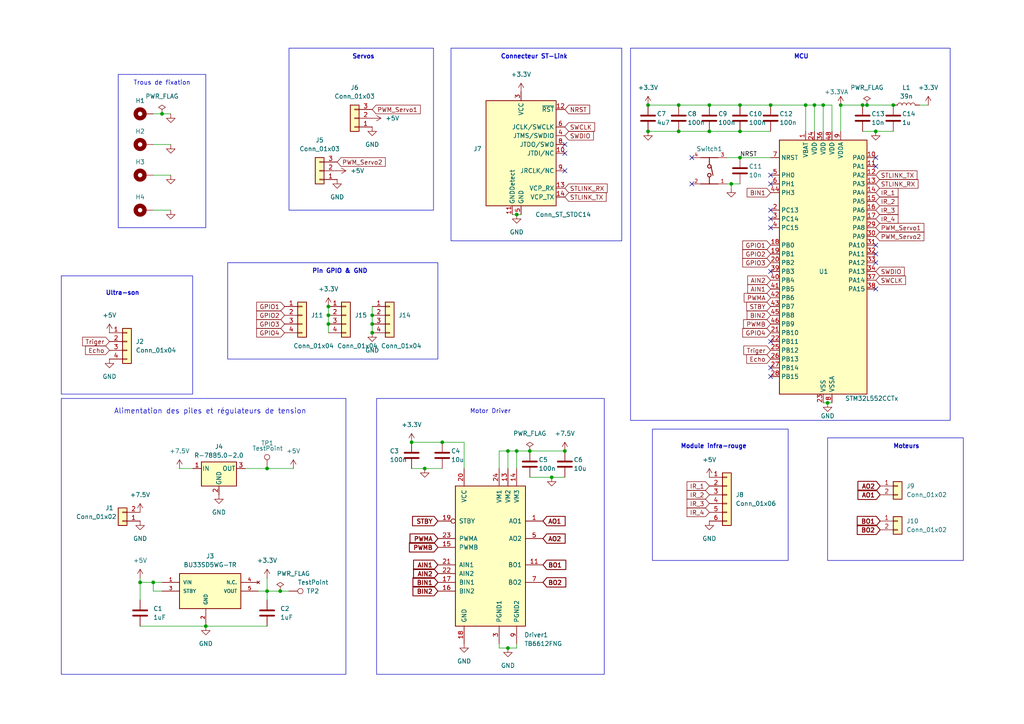
<source format=kicad_sch>
(kicad_sch (version 20250114) (generator "eeschema") (generator_version "9.0")
  (paper "A4")
  (title_block (title "PCB Pami coupe de France 2025") (date "2025-02-04") (comment 1 "Capodagli Janus"))
  (lib_symbols
    (symbol "BU33SD5WG-TR:BU33SD5WG-TR" (pin_names (offset 1.016))
      (property "Reference" "PS1" (at 13.97 7.62 0))
      (property "Value" "BU33SD5WG-TR" (at 13.97 5.08 0))
      (symbol "BU33SD5WG-TR_0_0"
        (pin bidirectional line (at 0 0 0) (length 5.08) (name "VIN") (number "1"))
        (pin bidirectional line (at 0 -2.54 0) (length 5.08) (name "STBY") (number "3"))
        (pin bidirectional line (at 12.7 -12.7 90) (length 5.08) (name "GND") (number "2"))
        (pin no_connect line (at 27.94 0 180) (length 5.08) (name "N.C.") (number "4"))
        (pin bidirectional line (at 27.94 -2.54 180) (length 5.08) (name "VOUT") (number "5"))
      )
    )
    (symbol "Connector:Conn_ST_STDC14"
      (property "Reference" "J" (at -8.89 16.51 0))
      (property "Value" "Conn_ST_STDC14" (at 17.78 16.51 0))
      (symbol "Conn_ST_STDC14_1_1"
        (pin no_connect line (at -10.16 5.08 0) (length 2.54) (hide yes) (name "NC") (number "1"))
        (pin no_connect line (at -10.16 2.54 0) (length 2.54) (hide yes) (name "NC") (number "2"))
        (pin passive line (at -2.54 -17.78 90) (length 2.54) (name "GNDDetect") (number "11"))
        (pin power_in line (at 0 17.78 270) (length 2.54) (name "VCC") (number "3"))
        (pin power_in line (at 0 -17.78 90) (length 2.54) (name "GND") (number "5"))
        (pin passive line (at 0 -17.78 90) (length 2.54) (hide yes) (name "GND") (number "7"))
        (pin open_collector line (at 12.7 12.7 180) (length 2.54) (name "~{RST}") (number "12"))
        (pin output line (at 12.7 7.62 180) (length 2.54) (name "JCLK/SWCLK") (number "6"))
        (pin bidirectional line (at 12.7 5.08 180) (length 2.54) (name "JTMS/SWDIO") (number "4"))
        (pin input line (at 12.7 2.54 180) (length 2.54) (name "JTDO/SWO") (number "8"))
        (pin output line (at 12.7 0 180) (length 2.54) (name "JTDI/NC") (number "10"))
        (pin input line (at 12.7 -5.08 180) (length 2.54) (name "JRCLK/NC") (number "9"))
        (pin output line (at 12.7 -10.16 180) (length 2.54) (name "VCP_RX") (number "13"))
        (pin input line (at 12.7 -12.7 180) (length 2.54) (name "VCP_TX") (number "14"))
      )
    )
    (symbol "Connector:TestPoint" (pin_numbers (hide yes)) (pin_names (offset 0.762) (hide yes))
      (property "Reference" "TP" (at 0 6.858 0))
      (property "Value" "TestPoint" (at 0 5.08 0))
      (symbol "TestPoint_1_1"
        (pin passive line (at 0 0 90) (length 2.54) (name "1") (number "1"))
      )
    )
    (symbol "Connector_Generic:Conn_01x02" (pin_names (offset 1.016) (hide yes))
      (property "Reference" "J" (at 0 2.54 0))
      (property "Value" "Conn_01x02" (at 0 -5.08 0))
      (symbol "Conn_01x02_1_1"
        (pin passive line (at -5.08 0 0) (length 3.81) (name "Pin_1") (number "1"))
        (pin passive line (at -5.08 -2.54 0) (length 3.81) (name "Pin_2") (number "2"))
      )
    )
    (symbol "Connector_Generic:Conn_01x03" (pin_names (offset 1.016) (hide yes))
      (property "Reference" "J" (at 0 5.08 0))
      (property "Value" "Conn_01x03" (at 0 -5.08 0))
      (symbol "Conn_01x03_1_1"
        (pin passive line (at -5.08 2.54 0) (length 3.81) (name "Pin_1") (number "1"))
        (pin passive line (at -5.08 0 0) (length 3.81) (name "Pin_2") (number "2"))
        (pin passive line (at -5.08 -2.54 0) (length 3.81) (name "Pin_3") (number "3"))
      )
    )
    (symbol "Connector_Generic:Conn_01x04" (pin_names (offset 1.016) (hide yes))
      (property "Reference" "J" (at 0 5.08 0))
      (property "Value" "Conn_01x04" (at 0 -7.62 0))
      (symbol "Conn_01x04_1_1"
        (pin passive line (at -5.08 2.54 0) (length 3.81) (name "Pin_1") (number "1"))
        (pin passive line (at -5.08 0 0) (length 3.81) (name "Pin_2") (number "2"))
        (pin passive line (at -5.08 -2.54 0) (length 3.81) (name "Pin_3") (number "3"))
        (pin passive line (at -5.08 -5.08 0) (length 3.81) (name "Pin_4") (number "4"))
      )
    )
    (symbol "Connector_Generic:Conn_01x06" (pin_names (offset 1.016) (hide yes))
      (property "Reference" "J" (at 0 7.62 0))
      (property "Value" "Conn_01x06" (at 0 -10.16 0))
      (symbol "Conn_01x06_1_1"
        (pin passive line (at -5.08 5.08 0) (length 3.81) (name "Pin_1") (number "1"))
        (pin passive line (at -5.08 2.54 0) (length 3.81) (name "Pin_2") (number "2"))
        (pin passive line (at -5.08 0 0) (length 3.81) (name "Pin_3") (number "3"))
        (pin passive line (at -5.08 -2.54 0) (length 3.81) (name "Pin_4") (number "4"))
        (pin passive line (at -5.08 -5.08 0) (length 3.81) (name "Pin_5") (number "5"))
        (pin passive line (at -5.08 -7.62 0) (length 3.81) (name "Pin_6") (number "6"))
      )
    )
    (symbol "Device:C" (pin_numbers (hide yes)) (pin_names (offset 0.254))
      (property "Reference" "C" (at 0.635 2.54 0))
      (property "Value" "C" (at 0.635 -2.54 0))
      (symbol "C_1_1"
        (pin passive line (at 0 3.81 270) (length 2.794) (name "~") (number "1"))
        (pin passive line (at 0 -3.81 90) (length 2.794) (name "~") (number "2"))
      )
    )
    (symbol "Device:L" (pin_numbers (hide yes)) (pin_names (offset 1.016) (hide yes))
      (property "Reference" "L" (at -1.27 0 90))
      (property "Value" "L" (at 1.905 0 90))
      (symbol "L_1_1"
        (pin passive line (at 0 3.81 270) (length 1.27) (name "1") (number "1"))
        (pin passive line (at 0 -3.81 90) (length 1.27) (name "2") (number "2"))
      )
    )
    (symbol "Driver_Motor:TB6612FNG" (pin_names (offset 1.016))
      (property "Reference" "U" (at 11.43 17.78 0))
      (property "Value" "TB6612FNG" (at 11.43 15.24 0))
      (symbol "TB6612FNG_1_1"
        (pin input inverted (at -15.24 10.16 0) (length 5.08) (name "STBY") (number "19"))
        (pin input line (at -15.24 5.08 0) (length 5.08) (name "PWMA") (number "23"))
        (pin input line (at -15.24 2.54 0) (length 5.08) (name "PWMB") (number "15"))
        (pin input line (at -15.24 -2.54 0) (length 5.08) (name "AIN1") (number "21"))
        (pin input line (at -15.24 -5.08 0) (length 5.08) (name "AIN2") (number "22"))
        (pin input line (at -15.24 -7.62 0) (length 5.08) (name "BIN1") (number "17"))
        (pin input line (at -15.24 -10.16 0) (length 5.08) (name "BIN2") (number "16"))
        (pin power_in line (at -7.62 25.4 270) (length 5.08) (name "VCC") (number "20"))
        (pin power_in line (at -7.62 -25.4 90) (length 5.08) (name "GND") (number "18"))
        (pin power_in line (at 2.54 25.4 270) (length 5.08) (name "VM1") (number "24"))
        (pin power_in line (at 2.54 -25.4 90) (length 5.08) (name "PGND1") (number "3"))
        (pin passive line (at 2.54 -25.4 90) (length 5.08) (hide yes) (name "PGND1") (number "4"))
        (pin power_in line (at 5.08 25.4 270) (length 5.08) (name "VM2") (number "13"))
        (pin power_in line (at 7.62 25.4 270) (length 5.08) (name "VM3") (number "14"))
        (pin passive line (at 7.62 -25.4 90) (length 5.08) (hide yes) (name "PGND2") (number "10"))
        (pin power_in line (at 7.62 -25.4 90) (length 5.08) (name "PGND2") (number "9"))
        (pin output line (at 15.24 10.16 180) (length 5.08) (name "AO1") (number "1"))
        (pin passive line (at 15.24 10.16 180) (length 5.08) (hide yes) (name "AO1") (number "2"))
        (pin output line (at 15.24 5.08 180) (length 5.08) (name "AO2") (number "5"))
        (pin passive line (at 15.24 5.08 180) (length 5.08) (hide yes) (name "AO2") (number "6"))
        (pin output line (at 15.24 -2.54 180) (length 5.08) (name "BO1") (number "11"))
        (pin passive line (at 15.24 -2.54 180) (length 5.08) (hide yes) (name "BO1") (number "12"))
        (pin output line (at 15.24 -7.62 180) (length 5.08) (name "BO2") (number "7"))
        (pin passive line (at 15.24 -7.62 180) (length 5.08) (hide yes) (name "BO2") (number "8"))
      )
    )
    (symbol "GND_3" (power) (pin_numbers (hide yes)) (pin_names (offset 0) (hide yes))
      (property "Value" "GND" (at 0 -3.81 0))
      (symbol "GND_3_1_1"
        (pin power_in line (at 0 0 270) (length 0) (name "~") (number "1"))
      )
    )
    (symbol "MCU_ST_STM32L5:STM32L552CCTx"
      (property "Reference" "U" (at -12.7 39.37 0))
      (property "Value" "STM32L552CCTx" (at 7.62 39.37 0))
      (symbol "STM32L552CCTx_1_1"
        (pin input line (at -15.24 33.02 0) (length 2.54) (name "NRST") (number "7"))
        (pin bidirectional line (at -15.24 27.94 0) (length 2.54) (name "PH0") (number "5"))
        (pin bidirectional line (at -15.24 25.4 0) (length 2.54) (name "PH1") (number "6"))
        (pin bidirectional line (at -15.24 22.86 0) (length 2.54) (name "PH3") (number "44"))
        (pin bidirectional line (at -15.24 17.78 0) (length 2.54) (name "PC13") (number "2"))
        (pin bidirectional line (at -15.24 15.24 0) (length 2.54) (name "PC14") (number "3"))
        (pin bidirectional line (at -15.24 12.7 0) (length 2.54) (name "PC15") (number "4"))
        (pin bidirectional line (at -15.24 7.62 0) (length 2.54) (name "PB0") (number "18"))
        (pin bidirectional line (at -15.24 5.08 0) (length 2.54) (name "PB1") (number "19"))
        (pin bidirectional line (at -15.24 2.54 0) (length 2.54) (name "PB2") (number "20"))
        (pin bidirectional line (at -15.24 0 0) (length 2.54) (name "PB3") (number "39"))
        (pin bidirectional line (at -15.24 -2.54 0) (length 2.54) (name "PB4") (number "40"))
        (pin bidirectional line (at -15.24 -5.08 0) (length 2.54) (name "PB5") (number "41"))
        (pin bidirectional line (at -15.24 -7.62 0) (length 2.54) (name "PB6") (number "42"))
        (pin bidirectional line (at -15.24 -10.16 0) (length 2.54) (name "PB7") (number "43"))
        (pin bidirectional line (at -15.24 -12.7 0) (length 2.54) (name "PB8") (number "45"))
        (pin bidirectional line (at -15.24 -15.24 0) (length 2.54) (name "PB9") (number "46"))
        (pin bidirectional line (at -15.24 -17.78 0) (length 2.54) (name "PB10") (number "21"))
        (pin bidirectional line (at -15.24 -20.32 0) (length 2.54) (name "PB11") (number "22"))
        (pin bidirectional line (at -15.24 -22.86 0) (length 2.54) (name "PB12") (number "25"))
        (pin bidirectional line (at -15.24 -25.4 0) (length 2.54) (name "PB13") (number "26"))
        (pin bidirectional line (at -15.24 -27.94 0) (length 2.54) (name "PB14") (number "27"))
        (pin bidirectional line (at -15.24 -30.48 0) (length 2.54) (name "PB15") (number "28"))
        (pin power_in line (at -5.08 40.64 270) (length 2.54) (name "VBAT") (number "1"))
        (pin power_in line (at -2.54 40.64 270) (length 2.54) (name "VDD") (number "24"))
        (pin power_in line (at 0 40.64 270) (length 2.54) (name "VDD") (number "36"))
        (pin power_in line (at 0 -38.1 90) (length 2.54) (name "VSS") (number "23"))
        (pin passive line (at 0 -38.1 90) (length 2.54) (hide yes) (name "VSS") (number "35"))
        (pin passive line (at 0 -38.1 90) (length 2.54) (hide yes) (name "VSS") (number "47"))
        (pin power_in line (at 2.54 40.64 270) (length 2.54) (name "VDD") (number "48"))
        (pin power_in line (at 2.54 -38.1 90) (length 2.54) (name "VSSA") (number "8"))
        (pin power_in line (at 5.08 40.64 270) (length 2.54) (name "VDDA") (number "9"))
        (pin bidirectional line (at 15.24 33.02 180) (length 2.54) (name "PA0") (number "10"))
        (pin bidirectional line (at 15.24 30.48 180) (length 2.54) (name "PA1") (number "11"))
        (pin bidirectional line (at 15.24 27.94 180) (length 2.54) (name "PA2") (number "12"))
        (pin bidirectional line (at 15.24 25.4 180) (length 2.54) (name "PA3") (number "13"))
        (pin bidirectional line (at 15.24 22.86 180) (length 2.54) (name "PA4") (number "14"))
        (pin bidirectional line (at 15.24 20.32 180) (length 2.54) (name "PA5") (number "15"))
        (pin bidirectional line (at 15.24 17.78 180) (length 2.54) (name "PA6") (number "16"))
        (pin bidirectional line (at 15.24 15.24 180) (length 2.54) (name "PA7") (number "17"))
        (pin bidirectional line (at 15.24 12.7 180) (length 2.54) (name "PA8") (number "29"))
        (pin bidirectional line (at 15.24 10.16 180) (length 2.54) (name "PA9") (number "30"))
        (pin bidirectional line (at 15.24 7.62 180) (length 2.54) (name "PA10") (number "31"))
        (pin bidirectional line (at 15.24 5.08 180) (length 2.54) (name "PA11") (number "32"))
        (pin bidirectional line (at 15.24 2.54 180) (length 2.54) (name "PA12") (number "33"))
        (pin bidirectional line (at 15.24 0 180) (length 2.54) (name "PA13") (number "34"))
        (pin bidirectional line (at 15.24 -2.54 180) (length 2.54) (name "PA14") (number "37"))
        (pin bidirectional line (at 15.24 -5.08 180) (length 2.54) (name "PA15") (number "38"))
      )
    )
    (symbol "MountingHole_Pad_2" (pin_numbers (hide yes)) (pin_names (offset 1.016) (hide yes)) (exclude_from_sim yes) (in_bom no)
      (property "Reference" "H1" (at 2.54 2.5401 0))
      (property "Value" "MountingHole_Pad" (at 2.54 0.0001 0))
      (symbol "MountingHole_Pad_2_1_1"
        (pin input line (at 0 -2.54 90) (length 2.54) (name "1") (number "1"))
      )
    )
    (symbol "Regulator_Switching:R-78B5.0-2.0" (pin_names (offset 0.254))
      (property "Reference" "U" (at -3.81 3.175 0))
      (property "Value" "R-78B5.0-2.0" (at 0 3.175 0))
      (symbol "R-78B5.0-2.0_1_1"
        (pin power_in line (at -7.62 0 0) (length 2.54) (name "IN") (number "1"))
        (pin power_in line (at 0 -7.62 90) (length 2.54) (name "GND") (number "2"))
        (pin power_out line (at 7.62 0 180) (length 2.54) (name "OUT") (number "3"))
      )
    )
    (symbol "boutonSMD_wurth430471025826:430471025826" (pin_names (offset 1.016))
      (property "Reference" "S" (at 0 5.842 0))
      (symbol "430471025826_0_0"
        (pin passive line (at -5.08 5.08 0) (length 2.54) (name "~") (number "1"))
        (pin passive line (at -5.08 -2.54 0) (length 2.54) (name "~") (number "3"))
        (pin passive line (at 5.08 5.08 180) (length 2.54) (name "~") (number "2"))
        (pin passive line (at 5.08 -2.54 180) (length 2.54) (name "~") (number "4"))
      )
    )
    (symbol "power:+3.3V" (power) (pin_numbers (hide yes)) (pin_names (offset 0) (hide yes))
      (property "Value" "+3.3V" (at 0 3.556 0))
      (symbol "+3.3V_1_1"
        (pin power_in line (at 0 0 90) (length 0) (name "~") (number "1"))
      )
    )
    (symbol "power:+3.3VA" (power) (pin_numbers (hide yes)) (pin_names (offset 0) (hide yes))
      (property "Value" "+3.3VA" (at 0 3.556 0))
      (symbol "+3.3VA_1_1"
        (pin power_in line (at 0 0 90) (length 0) (name "~") (number "1"))
      )
    )
    (symbol "power:+5V" (power) (pin_numbers (hide yes)) (pin_names (offset 0) (hide yes))
      (property "Value" "+5V" (at 0 3.556 0))
      (symbol "+5V_1_1"
        (pin power_in line (at 0 0 90) (length 0) (name "~") (number "1"))
      )
    )
    (symbol "power:+7.5V" (power) (pin_numbers (hide yes)) (pin_names (offset 0) (hide yes))
      (property "Value" "+7.5V" (at 0 3.556 0))
      (symbol "+7.5V_1_1"
        (pin power_in line (at 0 0 90) (length 0) (name "~") (number "1"))
      )
    )
    (symbol "power:GND" (power) (pin_numbers (hide yes)) (pin_names (offset 0) (hide yes))
      (property "Value" "GND" (at 0 -3.81 0))
      (symbol "GND_1_1"
        (pin power_in line (at 0 0 270) (length 0) (name "~") (number "1"))
      )
    )
    (symbol "power:PWR_FLAG" (power) (pin_numbers (hide yes)) (pin_names (offset 0) (hide yes))
      (property "Value" "PWR_FLAG" (at 0 3.81 0))
      (symbol "PWR_FLAG_0_0"
        (pin power_out line (at 0 0 90) (length 0) (name "~") (number "1"))
      )
    )
  )
  (rectangle (start 189.23 124.46) (end 228.6 162.56))
  (rectangle (start 109.22 115.57) (end 175.26 195.58))
  (rectangle (start 17.78 80.01) (end 55.88 114.3))
  (rectangle (start 240.03 127) (end 279.4 162.56))
  (rectangle (start 34.29 21.59) (end 59.69 66.04))
  (rectangle (start 182.88 13.97) (end 275.59 121.92))
  (rectangle (start 130.81 13.97) (end 180.34 69.85))
  (rectangle (start 17.78 115.57) (end 100.33 195.58))
  (rectangle (start 66.04 76.2) (end 127 104.14))
  (rectangle (start 83.82 13.97) (end 125.73 60.96))
  (text "Trous de fixation\n" (at 46.99 24.13 0) (effects (font (size 1.27 1.27))))
  (text "Servos" (at 105.41 16.51 0) (effects (font (size 1.27 1.27) (thickness 0.254) (bold yes))))
  (text "Moteurs\n" (at 262.89 129.54 0) (effects (font (size 1.27 1.27) (thickness 0.254) (bold yes))))
  (text "Module infra-rouge\n" (at 207.01 129.54 0) (effects (font (size 1.27 1.27) (thickness 0.254) (bold yes))))
  (text "Connecteur ST-Link\n" (at 154.94 16.51 0) (effects (font (size 1.27 1.27) (thickness 0.254) (bold yes))))
  (text "Ultra-son" (at 35.56 85.09 0) (effects (font (size 1.27 1.27) (thickness 0.254) (bold yes))))
  (text "Alimentation des piles et régulateurs de tension" (at 60.96 119.38 0) (effects (font (size 1.5 1.5))))
  (text "Motor Driver\n" (at 142.24 119.38 0) (effects (font (size 1.27 1.27))))
  (text "Pin GPIO & GND \n" (at 99.06 78.74 0) (effects (font (size 1.27 1.27) (thickness 0.254) (bold yes))))
  (text "MCU\n" (at 232.41 16.51 0) (effects (font (size 1.27 1.27) (thickness 0.254) (bold yes))))
  (junction (at 243.84 30.48))
  (junction (at 123.19 135.89))
  (junction (at 147.32 187.96))
  (junction (at 187.96 38.1))
  (junction (at 81.28 171.45))
  (junction (at 196.85 38.1))
  (junction (at 107.95 91.44))
  (junction (at 95.25 93.98))
  (junction (at 214.63 38.1))
  (junction (at 40.64 168.91))
  (junction (at 212.09 53.34))
  (junction (at 128.27 128.27))
  (junction (at 163.83 130.81))
  (junction (at 95.25 91.44))
  (junction (at 250.19 30.48))
  (junction (at 238.76 30.48))
  (junction (at 46.99 33.02))
  (junction (at 149.86 130.81))
  (junction (at 95.25 88.9))
  (junction (at 149.86 62.23))
  (junction (at 107.95 96.52))
  (junction (at 254 38.1))
  (junction (at 77.47 135.89))
  (junction (at 214.63 45.72))
  (junction (at 59.69 181.61))
  (junction (at 119.38 128.27))
  (junction (at 160.02 138.43))
  (junction (at 187.96 30.48))
  (junction (at 214.63 30.48))
  (junction (at 147.32 130.81))
  (junction (at 77.47 171.45))
  (junction (at 44.45 168.91))
  (junction (at 205.74 30.48))
  (junction (at 259.08 30.48))
  (junction (at 236.22 30.48))
  (junction (at 153.67 130.81))
  (junction (at 196.85 30.48))
  (junction (at 251.46 30.48))
  (junction (at 223.52 30.48))
  (junction (at 240.03 116.84))
  (junction (at 107.95 93.98))
  (junction (at 233.68 30.48))
  (junction (at 205.74 38.1))
  (no_connect (at 163.83 49.53))
  (no_connect (at 223.52 99.06))
  (no_connect (at 254 73.66))
  (no_connect (at 223.52 106.68))
  (no_connect (at 223.52 109.22))
  (no_connect (at 254 45.72))
  (no_connect (at 254 83.82))
  (no_connect (at 223.52 63.5))
  (no_connect (at 223.52 53.34))
  (no_connect (at 163.83 41.91))
  (no_connect (at 223.52 78.74))
  (no_connect (at 200.66 53.34))
  (no_connect (at 200.66 45.72))
  (no_connect (at 254 76.2))
  (no_connect (at 254 71.12))
  (no_connect (at 254 48.26))
  (no_connect (at 163.83 44.45))
  (no_connect (at 223.52 60.96))
  (no_connect (at 223.52 50.8))
  (no_connect (at 223.52 66.04))
  (wire (pts (xy 153.67 130.81) (xy 163.83 130.81)))
  (wire (pts (xy 144.78 130.81) (xy 144.78 135.89)))
  (wire (pts (xy 233.68 30.48) (xy 233.68 38.1)))
  (wire (pts (xy 52.07 135.89) (xy 55.88 135.89)))
  (wire (pts (xy 214.63 53.34) (xy 212.09 53.34)))
  (wire (pts (xy 160.02 138.43) (xy 163.83 138.43)))
  (wire (pts (xy 233.68 30.48) (xy 236.22 30.48)))
  (wire (pts (xy 134.62 128.27) (xy 134.62 135.89)))
  (wire (pts (xy 241.3 30.48) (xy 241.3 38.1)))
  (wire (pts (xy 77.47 171.45) (xy 77.47 173.99)))
  (wire (pts (xy 144.78 130.81) (xy 147.32 130.81)))
  (wire (pts (xy 149.86 62.23) (xy 151.13 62.23)))
  (wire (pts (xy 107.95 88.9) (xy 107.95 91.44)))
  (wire (pts (xy 40.64 167.64) (xy 40.64 168.91)))
  (wire (pts (xy 238.76 116.84) (xy 240.03 116.84)))
  (wire (pts (xy 147.32 130.81) (xy 149.86 130.81)))
  (wire (pts (xy 81.28 171.45) (xy 77.47 171.45)))
  (wire (pts (xy 71.12 135.89) (xy 77.47 135.89)))
  (wire (pts (xy 196.85 30.48) (xy 205.74 30.48)))
  (wire (pts (xy 147.32 130.81) (xy 147.32 135.89)))
  (wire (pts (xy 147.32 187.96) (xy 149.86 187.96)))
  (wire (pts (xy 212.09 53.34) (xy 210.82 53.34)))
  (wire (pts (xy 254 38.1) (xy 259.08 38.1)))
  (wire (pts (xy 236.22 30.48) (xy 236.22 38.1)))
  (wire (pts (xy 144.78 186.69) (xy 144.78 187.96)))
  (wire (pts (xy 107.95 91.44) (xy 107.95 93.98)))
  (wire (pts (xy 144.78 187.96) (xy 147.32 187.96)))
  (wire (pts (xy 46.99 33.02) (xy 49.53 33.02)))
  (wire (pts (xy 196.85 38.1) (xy 205.74 38.1)))
  (wire (pts (xy 250.19 38.1) (xy 254 38.1)))
  (wire (pts (xy 85.09 135.89) (xy 77.47 135.89)))
  (wire (pts (xy 119.38 128.27) (xy 128.27 128.27)))
  (wire (pts (xy 95.25 88.9) (xy 95.25 91.44)))
  (wire (pts (xy 250.19 30.48) (xy 251.46 30.48)))
  (wire (pts (xy 205.74 30.48) (xy 214.63 30.48)))
  (wire (pts (xy 83.82 171.45) (xy 81.28 171.45)))
  (wire (pts (xy 40.64 168.91) (xy 44.45 168.91)))
  (wire (pts (xy 134.62 128.27) (xy 128.27 128.27)))
  (wire (pts (xy 251.46 30.48) (xy 259.08 30.48)))
  (wire (pts (xy 119.38 135.89) (xy 123.19 135.89)))
  (wire (pts (xy 74.93 171.45) (xy 77.47 171.45)))
  (wire (pts (xy 149.86 130.81) (xy 149.86 135.89)))
  (wire (pts (xy 107.95 93.98) (xy 107.95 96.52)))
  (wire (pts (xy 95.25 91.44) (xy 95.25 93.98)))
  (wire (pts (xy 214.63 30.48) (xy 223.52 30.48)))
  (wire (pts (xy 243.84 30.48) (xy 243.84 38.1)))
  (wire (pts (xy 210.82 45.72) (xy 214.63 45.72)))
  (wire (pts (xy 44.45 60.96) (xy 49.53 60.96)))
  (wire (pts (xy 187.96 30.48) (xy 196.85 30.48)))
  (wire (pts (xy 266.7 30.48) (xy 269.24 30.48)))
  (wire (pts (xy 153.67 138.43) (xy 160.02 138.43)))
  (wire (pts (xy 44.45 41.91) (xy 49.53 41.91)))
  (wire (pts (xy 44.45 168.91) (xy 44.45 171.45)))
  (wire (pts (xy 223.52 30.48) (xy 233.68 30.48)))
  (wire (pts (xy 95.25 93.98) (xy 95.25 96.52)))
  (wire (pts (xy 40.64 181.61) (xy 59.69 181.61)))
  (wire (pts (xy 212.09 54.61) (xy 212.09 53.34)))
  (wire (pts (xy 214.63 38.1) (xy 223.52 38.1)))
  (wire (pts (xy 238.76 30.48) (xy 236.22 30.48)))
  (wire (pts (xy 44.45 171.45) (xy 46.99 171.45)))
  (wire (pts (xy 238.76 30.48) (xy 238.76 38.1)))
  (wire (pts (xy 44.45 50.8) (xy 49.53 50.8)))
  (wire (pts (xy 149.86 186.69) (xy 149.86 187.96)))
  (wire (pts (xy 243.84 30.48) (xy 250.19 30.48)))
  (wire (pts (xy 240.03 116.84) (xy 241.3 116.84)))
  (wire (pts (xy 77.47 167.64) (xy 77.47 171.45)))
  (wire (pts (xy 123.19 135.89) (xy 128.27 135.89)))
  (wire (pts (xy 40.64 168.91) (xy 40.64 173.99)))
  (wire (pts (xy 187.96 38.1) (xy 196.85 38.1)))
  (wire (pts (xy 149.86 130.81) (xy 153.67 130.81)))
  (wire (pts (xy 205.74 38.1) (xy 214.63 38.1)))
  (wire (pts (xy 148.59 62.23) (xy 149.86 62.23)))
  (wire (pts (xy 238.76 30.48) (xy 241.3 30.48)))
  (wire (pts (xy 59.69 181.61) (xy 77.47 181.61)))
  (wire (pts (xy 223.52 45.72) (xy 214.63 45.72)))
  (wire (pts (xy 44.45 33.02) (xy 46.99 33.02)))
  (wire (pts (xy 44.45 168.91) (xy 46.99 168.91)))
  (label "NRST" (at 214.63 45.72 0) (effects (font (thickness 0.1588))))
  (global_label "SWDIO" (shape input) (at 163.83 39.37 0) (property "Intersheetrefs" "${INTERSHEET_REFS}" (effects (hide yes))))
  (global_label "BO1" (shape input) (at 157.48 163.83 0) (effects (font (thickness 0.254) (bold yes))) (property "Intersheetrefs" "${INTERSHEET_REFS}" (effects (hide yes))))
  (global_label "AO2" (shape input) (at 157.48 156.21 0) (effects (font (thickness 0.254) (bold yes))) (property "Intersheetrefs" "${INTERSHEET_REFS}" (effects (hide yes))))
  (global_label "SWCLK" (shape input) (at 254 81.28 0) (property "Intersheetrefs" "${INTERSHEET_REFS}" (effects (hide yes))))
  (global_label "AIN1" (shape input) (at 127 163.83 180) (effects (font (thickness 0.254) (bold yes))) (property "Intersheetrefs" "${INTERSHEET_REFS}" (effects (hide yes))))
  (global_label "AO2" (shape input) (at 255.27 140.97 180) (effects (font (thickness 0.254) (bold yes))) (property "Intersheetrefs" "${INTERSHEET_REFS}" (effects (hide yes))))
  (global_label "SWCLK" (shape input) (at 163.83 36.83 0) (property "Intersheetrefs" "${INTERSHEET_REFS}" (effects (hide yes))))
  (global_label "Triger" (shape input) (at 31.75 99.06 180) (property "Intersheetrefs" "${INTERSHEET_REFS}" (effects (hide yes))))
  (global_label "GPIO3" (shape input) (at 223.52 76.2 180) (effects (font (thickness 0.1588))) (property "Intersheetrefs" "${INTERSHEET_REFS}" (effects (hide yes))))
  (global_label "PWM_Servo2" (shape input) (at 254 68.58 0) (property "Intersheetrefs" "${INTERSHEET_REFS}" (effects (hide yes))))
  (global_label "IR_4" (shape input) (at 254 63.5 0) (property "Intersheetrefs" "${INTERSHEET_REFS}" (effects (hide yes))))
  (global_label "Echo" (shape input) (at 223.52 104.14 180) (property "Intersheetrefs" "${INTERSHEET_REFS}" (effects (hide yes))))
  (global_label "BIN2" (shape input) (at 223.52 91.44 180) (property "Intersheetrefs" "${INTERSHEET_REFS}" (effects (hide yes))))
  (global_label "AIN2" (shape input) (at 127 166.37 180) (effects (font (thickness 0.254) (bold yes))) (property "Intersheetrefs" "${INTERSHEET_REFS}" (effects (hide yes))))
  (global_label "SWDIO" (shape input) (at 254 78.74 0) (property "Intersheetrefs" "${INTERSHEET_REFS}" (effects (hide yes))))
  (global_label "Echo" (shape input) (at 31.75 101.6 180) (property "Intersheetrefs" "${INTERSHEET_REFS}" (effects (hide yes))))
  (global_label "IR_3" (shape input) (at 205.74 146.05 180) (property "Intersheetrefs" "${INTERSHEET_REFS}" (effects (hide yes))))
  (global_label "STBY" (shape input) (at 127 151.13 180) (effects (font (thickness 0.254) (bold yes))) (property "Intersheetrefs" "${INTERSHEET_REFS}" (effects (hide yes))))
  (global_label "GPIO1" (shape input) (at 223.52 71.12 180) (effects (font (thickness 0.1588))) (property "Intersheetrefs" "${INTERSHEET_REFS}" (effects (hide yes))))
  (global_label "STLINK_RX" (shape input) (at 163.83 54.61 0) (property "Intersheetrefs" "${INTERSHEET_REFS}" (effects (hide yes))))
  (global_label "STLINK_TX" (shape input) (at 254 50.8 0) (property "Intersheetrefs" "${INTERSHEET_REFS}" (effects (hide yes))))
  (global_label "IR_2" (shape input) (at 205.74 143.51 180) (property "Intersheetrefs" "${INTERSHEET_REFS}" (effects (hide yes))))
  (global_label "IR_3" (shape input) (at 254 60.96 0) (property "Intersheetrefs" "${INTERSHEET_REFS}" (effects (hide yes))))
  (global_label "IR_4" (shape input) (at 205.74 148.59 180) (property "Intersheetrefs" "${INTERSHEET_REFS}" (effects (hide yes))))
  (global_label "PWM_Servo2" (shape input) (at 97.79 46.99 0) (property "Intersheetrefs" "${INTERSHEET_REFS}" (effects (hide yes))))
  (global_label "BO2" (shape input) (at 157.48 168.91 0) (effects (font (thickness 0.254) (bold yes))) (property "Intersheetrefs" "${INTERSHEET_REFS}" (effects (hide yes))))
  (global_label "PWMA" (shape input) (at 127 156.21 180) (effects (font (thickness 0.254) (bold yes))) (property "Intersheetrefs" "${INTERSHEET_REFS}" (effects (hide yes))))
  (global_label "AO1" (shape input) (at 157.48 151.13 0) (effects (font (thickness 0.254) (bold yes))) (property "Intersheetrefs" "${INTERSHEET_REFS}" (effects (hide yes))))
  (global_label "IR_1" (shape input) (at 205.74 140.97 180) (property "Intersheetrefs" "${INTERSHEET_REFS}" (effects (hide yes))))
  (global_label "PWM_Servo1" (shape input) (at 107.95 31.75 0) (property "Intersheetrefs" "${INTERSHEET_REFS}" (effects (hide yes))))
  (global_label "GPIO2" (shape input) (at 82.55 91.44 180) (effects (font (thickness 0.1588))) (property "Intersheetrefs" "${INTERSHEET_REFS}" (effects (hide yes))))
  (global_label "PWM_Servo1" (shape input) (at 254 66.04 0) (property "Intersheetrefs" "${INTERSHEET_REFS}" (effects (hide yes))))
  (global_label "BO1" (shape input) (at 255.27 151.13 180) (effects (font (thickness 0.254) (bold yes))) (property "Intersheetrefs" "${INTERSHEET_REFS}" (effects (hide yes))))
  (global_label "AO1" (shape input) (at 255.27 143.51 180) (effects (font (thickness 0.254) (bold yes))) (property "Intersheetrefs" "${INTERSHEET_REFS}" (effects (hide yes))))
  (global_label "IR_1" (shape input) (at 254 55.88 0) (property "Intersheetrefs" "${INTERSHEET_REFS}" (effects (hide yes))))
  (global_label "IR_2" (shape input) (at 254 58.42 0) (property "Intersheetrefs" "${INTERSHEET_REFS}" (effects (hide yes))))
  (global_label "GPIO3" (shape input) (at 82.55 93.98 180) (effects (font (thickness 0.1588))) (property "Intersheetrefs" "${INTERSHEET_REFS}" (effects (hide yes))))
  (global_label "STBY" (shape input) (at 223.52 88.9 180) (property "Intersheetrefs" "${INTERSHEET_REFS}" (effects (hide yes))))
  (global_label "BIN1" (shape input) (at 127 168.91 180) (effects (font (thickness 0.254) (bold yes))) (property "Intersheetrefs" "${INTERSHEET_REFS}" (effects (hide yes))))
  (global_label "Triger" (shape input) (at 223.52 101.6 180) (property "Intersheetrefs" "${INTERSHEET_REFS}" (effects (hide yes))))
  (global_label "PWMB" (shape input) (at 127 158.75 180) (effects (font (thickness 0.254) (bold yes))) (property "Intersheetrefs" "${INTERSHEET_REFS}" (effects (hide yes))))
  (global_label "PWMA" (shape input) (at 223.52 86.36 180) (property "Intersheetrefs" "${INTERSHEET_REFS}" (effects (hide yes))))
  (global_label "STLINK_TX" (shape input) (at 163.83 57.15 0) (property "Intersheetrefs" "${INTERSHEET_REFS}" (effects (hide yes))))
  (global_label "GPIO2" (shape input) (at 223.52 73.66 180) (effects (font (thickness 0.1588))) (property "Intersheetrefs" "${INTERSHEET_REFS}" (effects (hide yes))))
  (global_label "BIN1" (shape input) (at 223.52 55.88 180) (property "Intersheetrefs" "${INTERSHEET_REFS}" (effects (hide yes))))
  (global_label "GPIO4" (shape input) (at 223.52 96.52 180) (effects (font (thickness 0.1588))) (property "Intersheetrefs" "${INTERSHEET_REFS}" (effects (hide yes))))
  (global_label "AIN1" (shape input) (at 223.52 83.82 180) (property "Intersheetrefs" "${INTERSHEET_REFS}" (effects (hide yes))))
  (global_label "NRST" (shape input) (at 163.83 31.75 0) (effects (font (thickness 0.1588))) (property "Intersheetrefs" "${INTERSHEET_REFS}" (effects (hide yes))))
  (global_label "STLINK_RX" (shape input) (at 254 53.34 0) (property "Intersheetrefs" "${INTERSHEET_REFS}" (effects (hide yes))))
  (global_label "GPIO4" (shape input) (at 82.55 96.52 180) (effects (font (thickness 0.1588))) (property "Intersheetrefs" "${INTERSHEET_REFS}" (effects (hide yes))))
  (global_label "GPIO1" (shape input) (at 82.55 88.9 180) (effects (font (thickness 0.1588))) (property "Intersheetrefs" "${INTERSHEET_REFS}" (effects (hide yes))))
  (global_label "PWMB" (shape input) (at 223.52 93.98 180) (property "Intersheetrefs" "${INTERSHEET_REFS}" (effects (hide yes))))
  (global_label "AIN2" (shape input) (at 223.52 81.28 180) (property "Intersheetrefs" "${INTERSHEET_REFS}" (effects (hide yes))))
  (global_label "BIN2" (shape input) (at 127 171.45 180) (effects (font (thickness 0.254) (bold yes))) (property "Intersheetrefs" "${INTERSHEET_REFS}" (effects (hide yes))))
  (global_label "BO2" (shape input) (at 255.27 153.67 180) (effects (font (thickness 0.254) (bold yes))) (property "Intersheetrefs" "${INTERSHEET_REFS}" (effects (hide yes))))
  (symbol (lib_id "power:GND") (at 40.64 151.13 0) (unit 1)
    (property "Reference" "#PWR07" (effects (hide yes)))
    (property "Value" "GND" (at 40.64 156.21 0))
    (property "Description" "Power symbol creates a global label with name \"GND\" , ground" (effects (hide yes)))
  )
  (symbol (lib_id "power:+7.5V") (at 52.07 135.89 0) (unit 1)
    (property "Reference" "#PWR010" (effects (hide yes)))
    (property "Value" "+7.5V" (at 52.07 130.81 0))
    (property "Description" "Power symbol creates a global label with name \"+7.5V\"" (effects (hide yes)))
  )
  (symbol (lib_id "Device:L") (at 262.89 30.48 90) (unit 1)
    (property "Reference" "L1" (at 262.89 25.4 90))
    (property "Value" "39n" (at 262.89 27.94 90))
    (property "Footprint" "Inductor_SMD:L_0603_1608Metric" (effects (hide yes)))
    (property "Description" "Inductor" (effects (hide yes)))
  )
  (symbol (lib_id "power:GND") (at 205.74 151.13 0) (unit 1)
    (property "Reference" "#PWR029" (effects (hide yes)))
    (property "Value" "GND" (at 205.74 156.21 0))
    (property "Description" "Power symbol creates a global label with name \"GND\" , ground" (effects (hide yes)))
  )
  (symbol (lib_id "Device:C") (at 153.67 134.62 0) (unit 1)
    (property "Reference" "C5" (at 156.21 133.35 0) (effects (justify left)))
    (property "Value" "100n" (at 156.21 135.89 0) (effects (justify left)))
    (property "Footprint" "Capacitor_SMD:C_0402_1005Metric" (effects (hide yes)))
    (property "Description" "Unpolarized capacitor" (effects (hide yes)))
  )
  (symbol (lib_name "MountingHole_Pad_2") (lib_id "Mechanical:MountingHole_Pad") (at 41.91 60.96 90) (unit 1) (exclude_from_sim yes) (in_bom no)
    (property "Reference" "H4" (at 40.64 57.15 90))
    (property "Value" "MountingHole_Pad" (effects (hide yes)))
    (property "Footprint" "MountingHole:MountingHole_2.7mm_M2.5_Pad" (effects (hide yes)))
    (property "Description" "Mounting Hole with connection" (effects (hide yes)))
  )
  (symbol (lib_id "Connector_Generic:Conn_01x06") (at 210.82 143.51 0) (unit 1)
    (property "Reference" "J8" (at 213.36 143.5099 0) (effects (justify left)))
    (property "Value" "Conn_01x06" (at 213.36 146.0499 0) (effects (justify left)))
    (property "Footprint" "Connector_JST:JST_XH_S6B-XH-A-1_1x06_P2.50mm_Horizontal" (effects (hide yes)))
    (property "Description" "Generic connector, single row, 01x06, script generated (kicad-library-utils/schlib/autogen/connector/)" (effects (hide yes)))
  )
  (symbol (lib_id "Device:C") (at 205.74 34.29 0) (unit 1)
    (property "Reference" "C9" (at 208.28 33.02 0) (effects (justify left)))
    (property "Value" "100n" (at 208.28 35.56 0) (effects (justify left)))
    (property "Footprint" "Capacitor_SMD:C_0402_1005Metric" (effects (hide yes)))
    (property "Description" "Unpolarized capacitor" (effects (hide yes)))
  )
  (symbol (lib_id "power:PWR_FLAG") (at 46.99 33.02 0) (unit 1)
    (property "Reference" "#FLG01" (effects (hide yes)))
    (property "Value" "PWR_FLAG" (at 46.99 27.94 0))
    (property "Description" "Special symbol for telling ERC where power comes from" (effects (hide yes)))
  )
  (symbol (lib_id "Device:C") (at 119.38 132.08 0) (unit 1)
    (property "Reference" "C3" (at 113.03 130.81 0) (effects (justify left)))
    (property "Value" "100n" (at 113.03 133.35 0) (effects (justify left)))
    (property "Footprint" "Capacitor_SMD:C_0402_1005Metric" (effects (hide yes)))
    (property "Description" "Unpolarized capacitor" (effects (hide yes)))
  )
  (symbol (lib_id "power:+7.5V") (at 40.64 148.59 0) (unit 1)
    (property "Reference" "#PWR06" (effects (hide yes)))
    (property "Value" "+7.5V" (at 40.64 143.51 0))
    (property "Description" "Power symbol creates a global label with name \"+7.5V\"" (effects (hide yes)))
  )
  (symbol (lib_id "Connector:Conn_ST_STDC14") (at 151.13 44.45 0) (unit 1)
    (property "Reference" "J7" (at 139.7 43.1799 0) (effects (justify right)))
    (property "Value" "Conn_ST_STDC14" (at 171.45 62.23 0) (effects (justify right)))
    (property "Footprint" "Connector_PinHeader_1.27mm:PinHeader_2x07_P1.27mm_Vertical_SMD" (effects (hide yes)))
    (property "Datasheet" "https://www.st.com/content/ccc/resource/technical/document/user_manual/group1/99/49/91/b6/b2/3a/46/e5/DM00526767/files/DM00526767.pdf/jcr:content/translations/en.DM00526767.pdf" (effects (hide yes)))
    (property "Description" "ST Debug Connector, standard ARM Cortex-M SWD and JTAG interface plus UART" (effects (hide yes)))
  )
  (symbol (lib_id "power:+7.5V") (at 163.83 130.81 0) (unit 1)
    (property "Reference" "#PWR025" (effects (hide yes)))
    (property "Value" "+7.5V" (at 163.83 125.73 0))
    (property "Description" "Power symbol creates a global label with name \"+7.5V\"" (effects (hide yes)))
  )
  (symbol (lib_id "power:PWR_FLAG") (at 153.67 130.81 0) (unit 1)
    (property "Reference" "#FLG03" (effects (hide yes)))
    (property "Value" "PWR_FLAG" (at 153.67 125.73 0))
    (property "Description" "Special symbol for telling ERC where power comes from" (effects (hide yes)))
  )
  (symbol (lib_id "Connector_Generic:Conn_01x04") (at 100.33 91.44 0) (unit 1)
    (property "Reference" "J15" (at 102.87 91.4399 0) (effects (justify left)))
    (property "Value" "Conn_01x04" (at 97.79 100.33 0) (effects (justify left)))
    (property "Footprint" "Connector_PinHeader_2.54mm:PinHeader_1x04_P2.54mm_Vertical" (effects (hide yes)))
    (property "Description" "Generic connector, single row, 01x04, script generated (kicad-library-utils/schlib/autogen/connector/)" (effects (hide yes)))
  )
  (symbol (lib_name "MountingHole_Pad_2") (lib_id "Mechanical:MountingHole_Pad") (at 41.91 50.8 90) (unit 1) (exclude_from_sim yes) (in_bom no)
    (property "Reference" "H3" (at 40.64 46.99 90))
    (property "Value" "MountingHole_Pad" (effects (hide yes)))
    (property "Footprint" "MountingHole:MountingHole_2.7mm_M2.5_Pad" (effects (hide yes)))
    (property "Description" "Mounting Hole with connection" (effects (hide yes)))
  )
  (symbol (lib_id "power:PWR_FLAG") (at 81.28 171.45 0) (unit 1)
    (property "Reference" "#FLG02" (effects (hide yes)))
    (property "Value" "PWR_FLAG" (at 85.09 166.37 0))
    (property "Description" "Special symbol for telling ERC where power comes from" (effects (hide yes)))
  )
  (symbol (lib_id "Device:C") (at 250.19 34.29 0) (unit 1)
    (property "Reference" "C13" (at 252.73 33.02 0) (effects (justify left)))
    (property "Value" "10n" (at 252.73 35.56 0) (effects (justify left)))
    (property "Footprint" "Capacitor_SMD:C_0402_1005Metric" (effects (hide yes)))
    (property "Description" "Unpolarized capacitor" (effects (hide yes)))
  )
  (symbol (lib_id "power:+5V") (at 40.64 167.64 0) (unit 1)
    (property "Reference" "#PWR08" (effects (hide yes)))
    (property "Value" "+5V" (at 40.64 162.56 0))
    (property "Description" "Power symbol creates a global label with name \"+5V\"" (effects (hide yes)))
  )
  (symbol (lib_id "boutonSMD_wurth430471025826:430471025826") (at 205.74 48.26 180) (unit 1)
    (property "Reference" "Switch1" (at 205.74 43.18 0))
    (property "Value" "430471025826" (effects (hide yes)))
    (property "Footprint" "bouton_Wurth_SMD:430471025826" (effects (hide yes)))
    (property "MF" "Würth Elektronik" (effects (hide yes)))
    (property "Description_1" "\n                        \n                            Tactile Switch SPST-NO Top Actuated Surface Mount\n                        \n" (effects (hide yes)))
    (property "Package" "None" (effects (hide yes)))
    (property "Price" "None" (effects (hide yes)))
    (property "VALUE" "430471025826" (effects (hide yes)))
    (property "HEIGHT" "2.5mm" (effects (hide yes)))
    (property "SnapEDA_Link" "https://www.snapeda.com/parts/430471025826/W%25C3%25BCrth+Elektronik+Midcom/view-part/?ref=snap" (effects (hide yes)))
    (property "DATASHEET-URL" "https://www.we-online.com/redexpert/spec/430471025826?ae" (effects (hide yes)))
    (property "MP" "430471025826" (effects (hide yes)))
    (property "PART-NUMBER" "430471025826" (effects (hide yes)))
    (property "OPERATION-FORCE" "260g" (effects (hide yes)))
    (property "QTY" "2000" (effects (hide yes)))
    (property "Availability" "In Stock" (effects (hide yes)))
    (property "Check_prices" "https://www.snapeda.com/parts/430471025826/W%25C3%25BCrth+Elektronik+Midcom/view-part/?ref=eda" (effects (hide yes)))
  )
  (symbol (lib_id "Connector:TestPoint") (at 77.47 135.89 0) (unit 1)
    (property "Reference" "TP1" (at 75.692 128.524 0) (effects (justify left)))
    (property "Value" "TestPoint" (at 73.152 130.048 0) (effects (justify left)))
    (property "Footprint" "TestPoint:TestPoint_Pad_D2.0mm" (effects (hide yes)))
    (property "Description" "test point" (effects (hide yes)))
  )
  (symbol (lib_id "power:GND") (at 254 38.1 0) (unit 1)
    (property "Reference" "#PWR033" (effects (hide yes)))
    (property "Value" "GND" (effects (hide yes)))
    (property "Description" "Power symbol creates a global label with name \"GND\" , ground" (effects (hide yes)))
  )
  (symbol (lib_id "power:+5V") (at 31.75 96.52 0) (unit 1)
    (property "Reference" "#PWR04" (effects (hide yes)))
    (property "Value" "+5V" (at 31.75 91.44 0))
    (property "Description" "Power symbol creates a global label with name \"+5V\"" (effects (hide yes)))
  )
  (symbol (lib_id "Connector:TestPoint") (at 83.82 171.45 270) (unit 1)
    (property "Reference" "TP2" (at 88.9 171.45 90) (effects (justify left)))
    (property "Value" "TestPoint" (at 86.36 168.91 90) (effects (justify left)))
    (property "Footprint" "TestPoint:TestPoint_Pad_D2.0mm" (effects (hide yes)))
    (property "Description" "test point" (effects (hide yes)))
  )
  (symbol (lib_id "power:GND") (at 187.96 38.1 0) (unit 1)
    (property "Reference" "#PWR027" (effects (hide yes)))
    (property "Value" "GND" (effects (hide yes)))
    (property "Description" "Power symbol creates a global label with name \"GND\" , ground" (effects (hide yes)))
  )
  (symbol (lib_id "Connector_Generic:Conn_01x04") (at 36.83 99.06 0) (unit 1)
    (property "Reference" "J2" (at 39.37 99.0599 0) (effects (justify left)))
    (property "Value" "Conn_01x04" (at 39.37 101.5999 0) (effects (justify left)))
    (property "Footprint" "Connector_JST:JST_PH_B4B-PH-K_1x04_P2.00mm_Vertical" (effects (hide yes)))
    (property "Description" "Generic connector, single row, 01x04, script generated (kicad-library-utils/schlib/autogen/connector/)" (effects (hide yes)))
  )
  (symbol (lib_id "power:GND") (at 49.53 41.91 0) (unit 1)
    (property "Reference" "#PWR02" (effects (hide yes)))
    (property "Value" "GND" (effects (hide yes)))
    (property "Description" "Power symbol creates a global label with name \"GND\" , ground" (effects (hide yes)))
  )
  (symbol (lib_id "Device:C") (at 128.27 132.08 0) (unit 1)
    (property "Reference" "C4" (at 130.81 130.81 0) (effects (justify left)))
    (property "Value" "10u" (at 130.81 133.35 0) (effects (justify left)))
    (property "Footprint" "Capacitor_SMD:C_0805_2012Metric" (effects (hide yes)))
    (property "Description" "Unpolarized capacitor" (effects (hide yes)))
  )
  (symbol (lib_id "Connector_Generic:Conn_01x03") (at 92.71 49.53 180) (unit 1)
    (property "Reference" "J5" (at 92.71 40.64 0))
    (property "Value" "Conn_01x03" (at 92.71 43.18 0))
    (property "Footprint" "Connector_JST:JST_XH_B3B-XH-A_1x03_P2.50mm_Vertical" (effects (hide yes)))
    (property "Description" "Generic connector, single row, 01x03, script generated (kicad-library-utils/schlib/autogen/connector/)" (effects (hide yes)))
  )
  (symbol (lib_id "Driver_Motor:TB6612FNG") (at 142.24 161.29 0) (unit 1)
    (property "Reference" "Driver1" (at 152.0541 184.15 0) (effects (justify left)))
    (property "Value" "TB6612FNG" (at 152.0541 186.69 0) (effects (justify left)))
    (property "Footprint" "Package_SO:SSOP-24_5.3x8.2mm_P0.65mm" (effects (hide yes)))
    (property "Datasheet" "https://toshiba.semicon-storage.com/us/product/linear/motordriver/detail.TB6612FNG.html" (effects (hide yes)))
    (property "Description" "Driver IC for Dual DC motor, SSOP-24" (effects (hide yes)))
  )
  (symbol (lib_id "power:PWR_FLAG") (at 251.46 30.48 0) (unit 1)
    (property "Reference" "#FLG04" (effects (hide yes)))
    (property "Value" "PWR_FLAG" (at 251.46 25.4 0))
    (property "Description" "Special symbol for telling ERC where power comes from" (effects (hide yes)))
  )
  (symbol (lib_id "power:GND") (at 123.19 135.89 0) (unit 1)
    (property "Reference" "#PWR019" (effects (hide yes)))
    (property "Value" "GND" (effects (hide yes)))
    (property "Description" "Power symbol creates a global label with name \"GND\" , ground" (effects (hide yes)))
  )
  (symbol (lib_id "Connector_Generic:Conn_01x04") (at 87.63 91.44 0) (unit 1)
    (property "Reference" "J11" (at 90.17 91.4399 0) (effects (justify left)))
    (property "Value" "Conn_01x04" (at 85.09 100.33 0) (effects (justify left)))
    (property "Footprint" "Connector_PinHeader_2.54mm:PinHeader_1x04_P2.54mm_Vertical" (effects (hide yes)))
    (property "Description" "Generic connector, single row, 01x04, script generated (kicad-library-utils/schlib/autogen/connector/)" (effects (hide yes)))
  )
  (symbol (lib_id "power:+5V") (at 97.79 49.53 270) (unit 1)
    (property "Reference" "#PWR013" (effects (hide yes)))
    (property "Value" "+5V" (at 101.6 49.5299 90) (effects (justify left)))
    (property "Description" "Power symbol creates a global label with name \"+5V\"" (effects (hide yes)))
  )
  (symbol (lib_id "Device:C") (at 214.63 34.29 0) (unit 1)
    (property "Reference" "C10" (at 217.17 33.02 0) (effects (justify left)))
    (property "Value" "100n" (at 217.17 35.56 0) (effects (justify left)))
    (property "Footprint" "Capacitor_SMD:C_0402_1005Metric" (effects (hide yes)))
    (property "Description" "Unpolarized capacitor" (effects (hide yes)))
  )
  (symbol (lib_id "power:+3.3VA") (at 243.84 30.48 0) (unit 1)
    (property "Reference" "#PWR032" (effects (hide yes)))
    (property "Value" "+3.3VA" (at 242.57 26.67 0))
    (property "Description" "Power symbol creates a global label with name \"+3.3VA\"" (effects (hide yes)))
  )
  (symbol (lib_id "Regulator_Switching:R-78B5.0-2.0") (at 63.5 135.89 0) (unit 1)
    (property "Reference" "J4" (at 63.5 129.54 0))
    (property "Value" "R-78B5.0-2.0" (at 63.5 132.08 0))
    (property "Footprint" "Converter_DCDC:Converter_DCDC_RECOM_R-78B-2.0_THT" (effects (hide yes)))
    (property "Datasheet" "https://www.recom-power.com/pdf/Innoline/R-78Bxx-2.0.pdf" (effects (hide yes)))
    (property "Description" "2A Step-Down DC/DC-Regulator, 6.5-32V input, 5.0V fixed Output Voltage, LM78xx replacement, -40°C to +85°C, SIP3" (effects (hide yes)))
  )
  (symbol (lib_name "MountingHole_Pad_2") (lib_id "Mechanical:MountingHole_Pad") (at 41.91 33.02 90) (unit 1) (exclude_from_sim yes) (in_bom no)
    (property "Reference" "H1" (at 40.64 29.21 90))
    (property "Value" "MountingHole_Pad" (effects (hide yes)))
    (property "Footprint" "MountingHole:MountingHole_2.7mm_M2.5_Pad" (effects (hide yes)))
    (property "Description" "Mounting Hole with connection" (effects (hide yes)))
  )
  (symbol (lib_id "Connector_Generic:Conn_01x02") (at 260.35 140.97 0) (unit 1)
    (property "Reference" "J9" (at 262.89 140.9699 0) (effects (justify left)))
    (property "Value" "Conn_01x02" (at 262.89 143.5099 0) (effects (justify left)))
    (property "Footprint" "Connector_JST:JST_XH_B2B-XH-A_1x02_P2.50mm_Vertical" (effects (hide yes)))
    (property "Description" "Generic connector, single row, 01x02, script generated (kicad-library-utils/schlib/autogen/connector/)" (effects (hide yes)))
  )
  (symbol (lib_name "GND_3") (lib_id "power:GND") (at 63.5 143.51 0) (unit 1)
    (property "Reference" "#PWR011" (effects (hide yes)))
    (property "Value" "GND" (at 63.5 148.59 0))
    (property "Description" "Power symbol creates a global label with name \"GND\" , ground" (effects (hide yes)))
  )
  (symbol (lib_id "power:GND") (at 107.95 36.83 0) (unit 1)
    (property "Reference" "#PWR017" (effects (hide yes)))
    (property "Value" "GND" (at 107.95 41.91 0))
    (property "Description" "Power symbol creates a global label with name \"GND\" , ground" (effects (hide yes)))
  )
  (symbol (lib_id "power:+3.3V") (at 119.38 128.27 0) (unit 1)
    (property "Reference" "#PWR018" (effects (hide yes)))
    (property "Value" "+3.3V" (at 119.38 123.19 0))
    (property "Description" "Power symbol creates a global label with name \"+3.3V\"" (effects (hide yes)))
  )
  (symbol (lib_id "Device:C") (at 77.47 177.8 0) (unit 1)
    (property "Reference" "C2" (at 81.28 176.5299 0) (effects (justify left)))
    (property "Value" "1uF" (at 81.28 179.0699 0) (effects (justify left)))
    (property "Footprint" "Capacitor_SMD:C_0603_1608Metric_Pad1.08x0.95mm_HandSolder" (effects (hide yes)))
    (property "Description" "Unpolarized capacitor" (effects (hide yes)))
  )
  (symbol (lib_id "power:GND") (at 59.69 181.61 0) (unit 1)
    (property "Reference" "#PWR09" (effects (hide yes)))
    (property "Value" "GND" (at 59.69 186.69 0))
    (property "Description" "Power symbol creates a global label with name \"GND\" , ground" (effects (hide yes)))
  )
  (symbol (lib_id "Device:C") (at 196.85 34.29 0) (unit 1)
    (property "Reference" "C8" (at 199.39 33.02 0) (effects (justify left)))
    (property "Value" "100n" (at 199.39 35.56 0) (effects (justify left)))
    (property "Footprint" "Capacitor_SMD:C_0402_1005Metric" (effects (hide yes)))
    (property "Description" "Unpolarized capacitor" (effects (hide yes)))
  )
  (symbol (lib_id "Connector_Generic:Conn_01x02") (at 260.35 151.13 0) (unit 1)
    (property "Reference" "J10" (at 262.89 151.1299 0) (effects (justify left)))
    (property "Value" "Conn_01x02" (at 262.89 153.6699 0) (effects (justify left)))
    (property "Footprint" "Connector_JST:JST_XH_B2B-XH-A_1x02_P2.50mm_Vertical" (effects (hide yes)))
    (property "Description" "Generic connector, single row, 01x02, script generated (kicad-library-utils/schlib/autogen/connector/)" (effects (hide yes)))
  )
  (symbol (lib_id "power:GND") (at 107.95 96.52 0) (unit 1)
    (property "Reference" "#PWR036" (effects (hide yes)))
    (property "Value" "GND" (at 107.95 101.6 0))
    (property "Description" "Power symbol creates a global label with name \"GND\" , ground" (effects (hide yes)))
  )
  (symbol (lib_id "power:GND") (at 31.75 104.14 0) (unit 1)
    (property "Reference" "#PWR05" (effects (hide yes)))
    (property "Value" "GND" (at 31.75 109.22 0))
    (property "Description" "Power symbol creates a global label with name \"GND\" , ground" (effects (hide yes)))
  )
  (symbol (lib_id "power:+5V") (at 107.95 34.29 270) (unit 1)
    (property "Reference" "#PWR016" (effects (hide yes)))
    (property "Value" "+5V" (at 111.76 34.2899 90) (effects (justify left)))
    (property "Description" "Power symbol creates a global label with name \"+5V\"" (effects (hide yes)))
  )
  (symbol (lib_id "power:GND") (at 147.32 187.96 0) (unit 1)
    (property "Reference" "#PWR023" (effects (hide yes)))
    (property "Value" "GND" (at 147.32 193.04 0))
    (property "Description" "Power symbol creates a global label with name \"GND\" , ground" (effects (hide yes)))
  )
  (symbol (lib_id "Device:C") (at 40.64 177.8 0) (unit 1)
    (property "Reference" "C1" (at 44.45 176.5299 0) (effects (justify left)))
    (property "Value" "1uF" (at 44.45 179.0699 0) (effects (justify left)))
    (property "Footprint" "Capacitor_SMD:C_0603_1608Metric_Pad1.08x0.95mm_HandSolder" (effects (hide yes)))
    (property "Description" "Unpolarized capacitor" (effects (hide yes)))
  )
  (symbol (lib_id "Device:C") (at 223.52 34.29 0) (unit 1)
    (property "Reference" "C12" (at 226.06 33.02 0) (effects (justify left)))
    (property "Value" "100n" (at 226.06 35.56 0) (effects (justify left)))
    (property "Footprint" "Capacitor_SMD:C_0402_1005Metric" (effects (hide yes)))
    (property "Description" "Unpolarized capacitor" (effects (hide yes)))
  )
  (symbol (lib_id "Device:C") (at 214.63 49.53 0) (unit 1)
    (property "Reference" "C11" (at 217.17 48.26 0) (effects (justify left)))
    (property "Value" "10n" (at 217.17 50.8 0) (effects (justify left)))
    (property "Footprint" "Capacitor_SMD:C_0402_1005Metric" (effects (hide yes)))
    (property "Description" "Unpolarized capacitor" (effects (hide yes)))
  )
  (symbol (lib_id "power:GND") (at 149.86 62.23 0) (unit 1)
    (property "Reference" "#PWR021" (effects (hide yes)))
    (property "Value" "GND" (at 149.86 67.31 0))
    (property "Description" "Power symbol creates a global label with name \"GND\" , ground" (effects (hide yes)))
  )
  (symbol (lib_id "Device:C") (at 163.83 134.62 0) (unit 1)
    (property "Reference" "C6" (at 166.37 133.35 0) (effects (justify left)))
    (property "Value" "10u" (at 166.37 135.89 0) (effects (justify left)))
    (property "Footprint" "Capacitor_SMD:C_0805_2012Metric" (effects (hide yes)))
    (property "Description" "Unpolarized capacitor" (effects (hide yes)))
  )
  (symbol (lib_id "power:GND") (at 49.53 33.02 0) (unit 1)
    (property "Reference" "#PWR01" (effects (hide yes)))
    (property "Value" "GND" (effects (hide yes)))
    (property "Description" "Power symbol creates a global label with name \"GND\" , ground" (effects (hide yes)))
  )
  (symbol (lib_id "power:GND") (at 160.02 138.43 0) (unit 1)
    (property "Reference" "#PWR024" (effects (hide yes)))
    (property "Value" "GND" (effects (hide yes)))
    (property "Description" "Power symbol creates a global label with name \"GND\" , ground" (effects (hide yes)))
  )
  (symbol (lib_id "power:+3.3V") (at 269.24 30.48 0) (unit 1)
    (property "Reference" "#PWR034" (effects (hide yes)))
    (property "Value" "+3.3V" (at 269.24 25.4 0))
    (property "Description" "Power symbol creates a global label with name \"+3.3V\"" (effects (hide yes)))
  )
  (symbol (lib_name "MountingHole_Pad_2") (lib_id "Mechanical:MountingHole_Pad") (at 41.91 41.91 90) (unit 1) (exclude_from_sim yes) (in_bom no)
    (property "Reference" "H2" (at 40.64 38.1 90))
    (property "Value" "MountingHole_Pad" (effects (hide yes)))
    (property "Footprint" "MountingHole:MountingHole_2.7mm_M2.5_Pad" (effects (hide yes)))
    (property "Description" "Mounting Hole with connection" (effects (hide yes)))
  )
  (symbol (lib_id "Connector_Generic:Conn_01x04") (at 113.03 91.44 0) (unit 1)
    (property "Reference" "J14" (at 115.57 91.4399 0) (effects (justify left)))
    (property "Value" "Conn_01x04" (at 110.49 100.33 0) (effects (justify left)))
    (property "Footprint" "Connector_PinHeader_2.54mm:PinHeader_1x04_P2.54mm_Vertical" (effects (hide yes)))
    (property "Description" "Generic connector, single row, 01x04, script generated (kicad-library-utils/schlib/autogen/connector/)" (effects (hide yes)))
  )
  (symbol (lib_id "power:GND") (at 97.79 52.07 0) (unit 1)
    (property "Reference" "#PWR014" (effects (hide yes)))
    (property "Value" "GND" (at 97.79 57.15 0))
    (property "Description" "Power symbol creates a global label with name \"GND\" , ground" (effects (hide yes)))
  )
  (symbol (lib_id "power:GND") (at 134.62 186.69 0) (unit 1)
    (property "Reference" "#PWR020" (effects (hide yes)))
    (property "Value" "GND" (at 134.62 191.77 0))
    (property "Description" "Power symbol creates a global label with name \"GND\" , ground" (effects (hide yes)))
  )
  (symbol (lib_id "power:+3.3V") (at 85.09 135.89 0) (unit 1)
    (property "Reference" "#PWR015" (effects (hide yes)))
    (property "Value" "+5V" (at 85.09 130.81 0))
    (property "Description" "Power symbol creates a global label with name \"+3.3V\"" (effects (hide yes)))
  )
  (symbol (lib_id "Device:C") (at 259.08 34.29 0) (unit 1)
    (property "Reference" "C14" (at 261.62 33.02 0) (effects (justify left)))
    (property "Value" "1u" (at 261.62 35.56 0) (effects (justify left)))
    (property "Footprint" "Capacitor_SMD:C_0402_1005Metric" (effects (hide yes)))
    (property "Description" "Unpolarized capacitor" (effects (hide yes)))
  )
  (symbol (lib_id "power:GND") (at 49.53 60.96 0) (unit 1)
    (property "Reference" "#PWR035" (effects (hide yes)))
    (property "Value" "GND" (effects (hide yes)))
    (property "Description" "Power symbol creates a global label with name \"GND\" , ground" (effects (hide yes)))
  )
  (symbol (lib_id "power:+5V") (at 205.74 138.43 0) (unit 1)
    (property "Reference" "#PWR028" (effects (hide yes)))
    (property "Value" "+5V" (at 205.74 133.35 0))
    (property "Description" "Power symbol creates a global label with name \"+5V\"" (effects (hide yes)))
  )
  (symbol (lib_id "power:+3.3V") (at 95.25 88.9 0) (unit 1)
    (property "Reference" "#PWR037" (effects (hide yes)))
    (property "Value" "+3.3V" (at 95.25 83.82 0))
    (property "Description" "Power symbol creates a global label with name \"+3.3V\"" (effects (hide yes)))
  )
  (symbol (lib_id "Device:C") (at 187.96 34.29 0) (unit 1)
    (property "Reference" "C7" (at 190.5 33.02 0) (effects (justify left)))
    (property "Value" "4u7" (at 190.5 35.56 0) (effects (justify left)))
    (property "Footprint" "Capacitor_SMD:C_0805_2012Metric" (effects (hide yes)))
    (property "Description" "Unpolarized capacitor" (effects (hide yes)))
  )
  (symbol (lib_id "Connector_Generic:Conn_01x02") (at 35.56 151.13 180) (unit 1)
    (property "Reference" "J1" (at 31.75 147.32 0))
    (property "Value" "Conn_01x02" (at 27.94 149.86 0))
    (property "Footprint" "Connector_JST:JST_XH_S2B-XH-A-1_1x02_P2.50mm_Horizontal" (effects (hide yes)))
    (property "Description" "Generic connector, single row, 01x02, script generated (kicad-library-utils/schlib/autogen/connector/)" (effects (hide yes)))
  )
  (symbol (lib_id "power:GND") (at 49.53 50.8 0) (unit 1)
    (property "Reference" "#PWR03" (effects (hide yes)))
    (property "Value" "GND" (effects (hide yes)))
    (property "Description" "Power symbol creates a global label with name \"GND\" , ground" (effects (hide yes)))
  )
  (symbol (lib_id "power:+3.3V") (at 77.47 167.64 0) (unit 1)
    (property "Reference" "#PWR012" (effects (hide yes)))
    (property "Value" "+3.3V" (at 77.47 162.56 0))
    (property "Description" "Power symbol creates a global label with name \"+3.3V\"" (effects (hide yes)))
  )
  (symbol (lib_id "power:+3.3V") (at 151.13 26.67 0) (unit 1)
    (property "Reference" "#PWR022" (effects (hide yes)))
    (property "Value" "+3.3V" (at 151.13 21.59 0))
    (property "Description" "Power symbol creates a global label with name \"+3.3V\"" (effects (hide yes)))
  )
  (symbol (lib_id "power:+3.3V") (at 187.96 30.48 0) (unit 1)
    (property "Reference" "#PWR026" (effects (hide yes)))
    (property "Value" "+3.3V" (at 187.96 25.4 0))
    (property "Description" "Power symbol creates a global label with name \"+3.3V\"" (effects (hide yes)))
  )
  (symbol (lib_id "MCU_ST_STM32L5:STM32L552CCTx") (at 238.76 78.74 0) (unit 1)
    (property "Reference" "U1" (at 237.49 78.74 0) (effects (justify left)))
    (property "Value" "STM32L552CCTx" (at 245.11 115.57 0) (effects (justify left)))
    (property "Footprint" "Package_QFP:LQFP-48_7x7mm_P0.5mm" (effects (hide yes)))
    (property "Datasheet" "https://www.st.com/resource/en/datasheet/stm32l552cc.pdf" (effects (hide yes)))
    (property "Description" "STMicroelectronics Arm Cortex-M33 MCU, 256KB flash, 256KB RAM, 110 MHz, 1.71-3.6V, 38 GPIO, LQFP48" (effects (hide yes)))
  )
  (symbol (lib_id "Connector_Generic:Conn_01x03") (at 102.87 34.29 180) (unit 1)
    (property "Reference" "J6" (at 102.87 25.4 0))
    (property "Value" "Conn_01x03" (at 102.87 27.94 0))
    (property "Footprint" "Connector_JST:JST_XH_B3B-XH-A_1x03_P2.50mm_Vertical" (effects (hide yes)))
    (property "Description" "Generic connector, single row, 01x03, script generated (kicad-library-utils/schlib/autogen/connector/)" (effects (hide yes)))
  )
  (symbol (lib_id "power:GND") (at 240.03 116.84 0) (unit 1)
    (property "Reference" "#PWR031" (effects (hide yes)))
    (property "Value" "GND" (at 240.03 120.65 0))
    (property "Description" "Power symbol creates a global label with name \"GND\" , ground" (effects (hide yes)))
  )
  (symbol (lib_id "BU33SD5WG-TR:BU33SD5WG-TR") (at 46.99 168.91 0) (unit 1)
    (property "Reference" "J3" (at 60.96 161.29 0))
    (property "Value" "BU33SD5WG-TR" (at 60.96 163.83 0))
    (property "Footprint" "BU33SD5WG-TR:SOT95P280X125-5N" (effects (hide yes)))
    (property "Manufacturer_Name" "ROHM Semiconductor" (effects (hide yes)))
    (property "MF" "Rohm" (effects (hide yes)))
    (property "Mouser_Price-Stock" "https://www.mouser.co.uk/ProductDetail/ROHM-Semiconductor/BU33SD5WG-TR?qs=%2FKR40Cd6GUrQDzRkUEt69Q%3D%3D" (effects (hide yes)))
    (property "Description_1" "\n                        \n                            Linear Voltage Regulator IC Positive Fixed 1 Output  500mA 5-SSOP\n                        \n" (effects (hide yes)))
    (property "Mouser_Part_Number" "755-BU33SD5WG-TR" (effects (hide yes)))
    (property "Price" "None" (effects (hide yes)))
    (property "Package" "SSOP-5 Rohm" (effects (hide yes)))
    (property "Check_prices" "https://www.snapeda.com/parts/BU33SD5WG-TR/Rohm/view-part/?ref=eda" (effects (hide yes)))
    (property "Height" "1.25mm" (effects (hide yes)))
    (property "MP" "BU33SD5WG-TR" (effects (hide yes)))
    (property "SnapEDA_Link" "https://www.snapeda.com/parts/BU33SD5WG-TR/Rohm/view-part/?ref=snap" (effects (hide yes)))
    (property "Availability" "In Stock" (effects (hide yes)))
    (property "Manufacturer_Part_Number" "BU33SD5WG-TR" (effects (hide yes)))
  )
  (symbol (lib_id "power:GND") (at 212.09 54.61 0) (unit 1)
    (property "Reference" "#PWR030" (effects (hide yes)))
    (property "Value" "GND" (effects (hide yes)))
    (property "Description" "Power symbol creates a global label with name \"GND\" , ground" (effects (hide yes)))
  )
)
</source>
